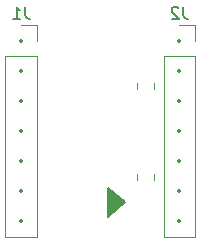
<source format=gbr>
%TF.GenerationSoftware,KiCad,Pcbnew,8.0.4*%
%TF.CreationDate,2024-09-19T15:03:18-03:00*%
%TF.ProjectId,PCBWay-Module_TA6586,50434257-6179-42d4-9d6f-64756c655f54,rev?*%
%TF.SameCoordinates,Original*%
%TF.FileFunction,Legend,Bot*%
%TF.FilePolarity,Positive*%
%FSLAX46Y46*%
G04 Gerber Fmt 4.6, Leading zero omitted, Abs format (unit mm)*
G04 Created by KiCad (PCBNEW 8.0.4) date 2024-09-19 15:03:18*
%MOMM*%
%LPD*%
G01*
G04 APERTURE LIST*
%ADD10C,0.200000*%
%ADD11C,0.150000*%
%ADD12C,0.120000*%
%ADD13C,0.350000*%
G04 APERTURE END LIST*
D10*
X148800000Y-83175000D02*
X147336678Y-84425000D01*
X147336678Y-81925000D01*
X148800000Y-83175000D01*
G36*
X148800000Y-83175000D02*
G01*
X147336678Y-84425000D01*
X147336678Y-81925000D01*
X148800000Y-83175000D01*
G37*
D11*
X140333333Y-66624819D02*
X140333333Y-67339104D01*
X140333333Y-67339104D02*
X140380952Y-67481961D01*
X140380952Y-67481961D02*
X140476190Y-67577200D01*
X140476190Y-67577200D02*
X140619047Y-67624819D01*
X140619047Y-67624819D02*
X140714285Y-67624819D01*
X139333333Y-67624819D02*
X139904761Y-67624819D01*
X139619047Y-67624819D02*
X139619047Y-66624819D01*
X139619047Y-66624819D02*
X139714285Y-66767676D01*
X139714285Y-66767676D02*
X139809523Y-66862914D01*
X139809523Y-66862914D02*
X139904761Y-66910533D01*
X153733333Y-66624819D02*
X153733333Y-67339104D01*
X153733333Y-67339104D02*
X153780952Y-67481961D01*
X153780952Y-67481961D02*
X153876190Y-67577200D01*
X153876190Y-67577200D02*
X154019047Y-67624819D01*
X154019047Y-67624819D02*
X154114285Y-67624819D01*
X153304761Y-66720057D02*
X153257142Y-66672438D01*
X153257142Y-66672438D02*
X153161904Y-66624819D01*
X153161904Y-66624819D02*
X152923809Y-66624819D01*
X152923809Y-66624819D02*
X152828571Y-66672438D01*
X152828571Y-66672438D02*
X152780952Y-66720057D01*
X152780952Y-66720057D02*
X152733333Y-66815295D01*
X152733333Y-66815295D02*
X152733333Y-66910533D01*
X152733333Y-66910533D02*
X152780952Y-67053390D01*
X152780952Y-67053390D02*
X153352380Y-67624819D01*
X153352380Y-67624819D02*
X152733333Y-67624819D01*
D12*
%TO.C,J1*%
X138670000Y-70770000D02*
X141330000Y-70770000D01*
X138670000Y-86070000D02*
X138670000Y-70770000D01*
X138670000Y-86070000D02*
X141330000Y-86070000D01*
X140000000Y-68170000D02*
X141330000Y-68170000D01*
X141330000Y-68170000D02*
X141330000Y-69500000D01*
X141330000Y-86070000D02*
X141330000Y-70770000D01*
%TO.C,C1*%
X149815000Y-73038748D02*
X149815000Y-73561252D01*
X151285000Y-73038748D02*
X151285000Y-73561252D01*
%TO.C,C2*%
X149815000Y-80788748D02*
X149815000Y-81311252D01*
X151285000Y-80788748D02*
X151285000Y-81311252D01*
%TO.C,J2*%
X152070000Y-70770000D02*
X154730000Y-70770000D01*
X152070000Y-86070000D02*
X152070000Y-70770000D01*
X152070000Y-86070000D02*
X154730000Y-86070000D01*
X153400000Y-68170000D02*
X154730000Y-68170000D01*
X154730000Y-68170000D02*
X154730000Y-69500000D01*
X154730000Y-86070000D02*
X154730000Y-70770000D01*
%TD*%
D13*
X140000000Y-69500000D03*
X140000000Y-72040000D03*
X140000000Y-74580000D03*
X140000000Y-77120000D03*
X140000000Y-79660000D03*
X140000000Y-82200000D03*
X140000000Y-84740000D03*
X153400000Y-69500000D03*
X153400000Y-72040000D03*
X153400000Y-74580000D03*
X153400000Y-77120000D03*
X153400000Y-79660000D03*
X153400000Y-82200000D03*
X153400000Y-84740000D03*
M02*

</source>
